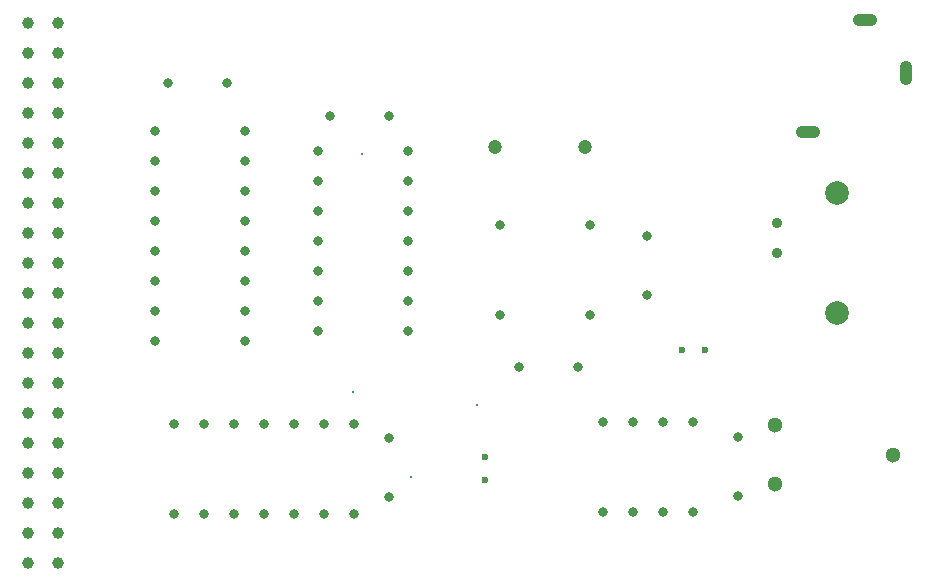
<source format=gbr>
%TF.GenerationSoftware,KiCad,Pcbnew,9.0.2*%
%TF.CreationDate,2025-06-08T22:36:09+01:00*%
%TF.ProjectId,SoundCard,536f756e-6443-4617-9264-2e6b69636164,rev?*%
%TF.SameCoordinates,Original*%
%TF.FileFunction,Plated,1,2,PTH,Mixed*%
%TF.FilePolarity,Positive*%
%FSLAX46Y46*%
G04 Gerber Fmt 4.6, Leading zero omitted, Abs format (unit mm)*
G04 Created by KiCad (PCBNEW 9.0.2) date 2025-06-08 22:36:09*
%MOMM*%
%LPD*%
G01*
G04 APERTURE LIST*
%TA.AperFunction,ViaDrill*%
%ADD10C,0.300000*%
%TD*%
%TA.AperFunction,ComponentDrill*%
%ADD11C,0.600000*%
%TD*%
%TA.AperFunction,ComponentDrill*%
%ADD12C,0.800000*%
%TD*%
%TA.AperFunction,ComponentDrill*%
%ADD13C,0.890000*%
%TD*%
%TA.AperFunction,ComponentDrill*%
%ADD14C,1.000000*%
%TD*%
G04 aperture for slot hole*
%TA.AperFunction,ComponentDrill*%
%ADD15C,1.000000*%
%TD*%
%TA.AperFunction,ComponentDrill*%
%ADD16C,1.200000*%
%TD*%
%TA.AperFunction,ComponentDrill*%
%ADD17C,1.300000*%
%TD*%
%TA.AperFunction,ComponentDrill*%
%ADD18C,2.010000*%
%TD*%
G04 APERTURE END LIST*
D10*
X154533600Y-91744800D03*
X155295600Y-71526400D03*
X159410400Y-98907600D03*
X164998400Y-92811600D03*
D11*
%TO.C,C2*%
X165709600Y-97180400D03*
X165709600Y-99180400D03*
%TO.C,C1*%
X182337200Y-88188800D03*
X184337200Y-88188800D03*
D12*
%TO.C,U1*%
X137774600Y-69596000D03*
X137774600Y-72136000D03*
X137774600Y-74676000D03*
X137774600Y-77216000D03*
X137774600Y-79756000D03*
X137774600Y-82296000D03*
X137774600Y-84836000D03*
X137774600Y-87376000D03*
%TO.C,C6*%
X138876400Y-65532000D03*
%TO.C,U2*%
X139395200Y-94386400D03*
X139395200Y-102006400D03*
X141935200Y-94386400D03*
X141935200Y-102006400D03*
%TO.C,C6*%
X143876400Y-65532000D03*
%TO.C,U2*%
X144475200Y-94386400D03*
X144475200Y-102006400D03*
%TO.C,U1*%
X145394600Y-69596000D03*
X145394600Y-72136000D03*
X145394600Y-74676000D03*
X145394600Y-77216000D03*
X145394600Y-79756000D03*
X145394600Y-82296000D03*
X145394600Y-84836000D03*
X145394600Y-87376000D03*
%TO.C,U2*%
X147015200Y-94386400D03*
X147015200Y-102006400D03*
X149555200Y-94386400D03*
X149555200Y-102006400D03*
%TO.C,U4*%
X151531400Y-71272400D03*
X151531400Y-73812400D03*
X151531400Y-76352400D03*
X151531400Y-78892400D03*
X151531400Y-81432400D03*
X151531400Y-83972400D03*
X151531400Y-86512400D03*
%TO.C,U2*%
X152095200Y-94386400D03*
X152095200Y-102006400D03*
%TO.C,C8*%
X152541600Y-68326000D03*
%TO.C,U2*%
X154635200Y-94386400D03*
X154635200Y-102006400D03*
%TO.C,C7*%
X157530800Y-95594800D03*
X157530800Y-100594800D03*
%TO.C,C8*%
X157541600Y-68326000D03*
%TO.C,U4*%
X159151400Y-71272400D03*
X159151400Y-73812400D03*
X159151400Y-76352400D03*
X159151400Y-78892400D03*
X159151400Y-81432400D03*
X159151400Y-83972400D03*
X159151400Y-86512400D03*
%TO.C,Y1*%
X166979600Y-77571600D03*
X166979600Y-85191600D03*
%TO.C,C5*%
X168594400Y-89560400D03*
X173594400Y-89560400D03*
%TO.C,Y1*%
X174599600Y-77571600D03*
X174599600Y-85191600D03*
%TO.C,U3*%
X175717200Y-94239000D03*
X175717200Y-101859000D03*
X178257200Y-94239000D03*
X178257200Y-101859000D03*
%TO.C,C4*%
X179425600Y-78526000D03*
X179425600Y-83526000D03*
%TO.C,U3*%
X180797200Y-94239000D03*
X180797200Y-101859000D03*
X183337200Y-94239000D03*
X183337200Y-101859000D03*
%TO.C,C3*%
X187147200Y-95544000D03*
X187147200Y-100544000D03*
D13*
%TO.C,J3*%
X190449200Y-77368400D03*
X190449200Y-79908400D03*
D14*
%TO.C,J2*%
X127012800Y-60487600D03*
X127012800Y-63027600D03*
X127012800Y-65567600D03*
X127012800Y-68107600D03*
X127012800Y-70647600D03*
X127012800Y-73187600D03*
X127012800Y-75727600D03*
X127012800Y-78267600D03*
X127012800Y-80807600D03*
X127012800Y-83347600D03*
X127012800Y-85887600D03*
X127012800Y-88427600D03*
X127012800Y-90967600D03*
X127012800Y-93507600D03*
X127012800Y-96047600D03*
X127012800Y-98587600D03*
X127012800Y-101127600D03*
X127012800Y-103667600D03*
X127012800Y-106207600D03*
X129552800Y-60487600D03*
X129552800Y-63027600D03*
X129552800Y-65567600D03*
X129552800Y-68107600D03*
X129552800Y-70647600D03*
X129552800Y-73187600D03*
X129552800Y-75727600D03*
X129552800Y-78267600D03*
X129552800Y-80807600D03*
X129552800Y-83347600D03*
X129552800Y-85887600D03*
X129552800Y-88427600D03*
X129552800Y-90967600D03*
X129552800Y-93507600D03*
X129552800Y-96047600D03*
X129552800Y-98587600D03*
X129552800Y-101127600D03*
X129552800Y-103667600D03*
X129552800Y-106207600D03*
D15*
%TO.C,J1*%
X192566800Y-69719200D02*
X193566800Y-69719200D01*
X197366800Y-60219200D02*
X198366800Y-60219200D01*
X201366800Y-64219200D02*
X201366800Y-65219200D01*
D16*
%TO.C,R1*%
X166556200Y-70967600D03*
X174176200Y-70967600D03*
D17*
%TO.C,RV1*%
X190275200Y-94528000D03*
X190275200Y-99528000D03*
X200275200Y-97028000D03*
D18*
%TO.C,J3*%
X195529200Y-74828400D03*
X195529200Y-84988400D03*
M02*

</source>
